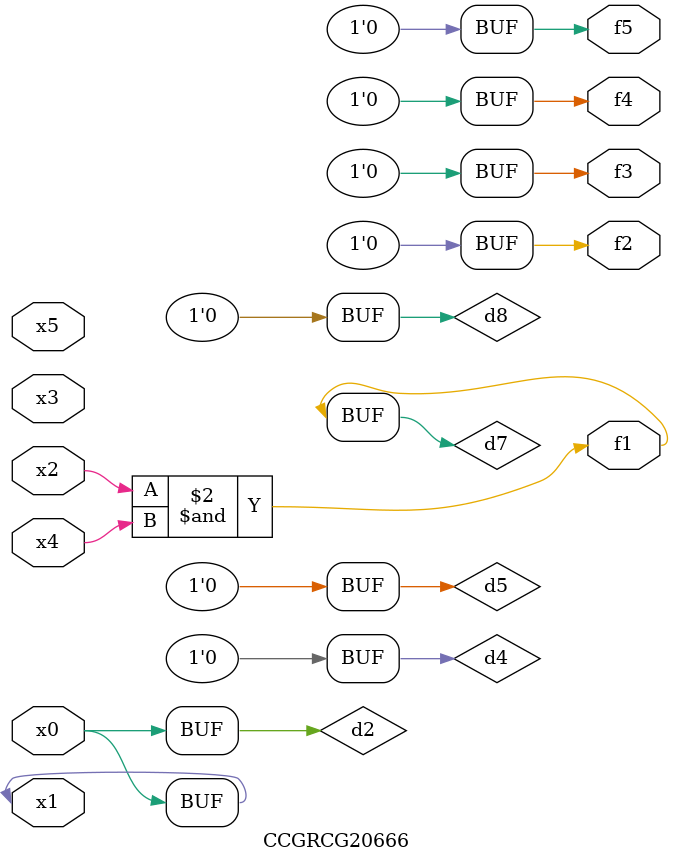
<source format=v>
module CCGRCG20666(
	input x0, x1, x2, x3, x4, x5,
	output f1, f2, f3, f4, f5
);

	wire d1, d2, d3, d4, d5, d6, d7, d8, d9;

	nand (d1, x1);
	buf (d2, x0, x1);
	nand (d3, x2, x4);
	and (d4, d1, d2);
	and (d5, d1, d2);
	nand (d6, d1, d3);
	not (d7, d3);
	xor (d8, d5);
	nor (d9, d5, d6);
	assign f1 = d7;
	assign f2 = d8;
	assign f3 = d8;
	assign f4 = d8;
	assign f5 = d8;
endmodule

</source>
